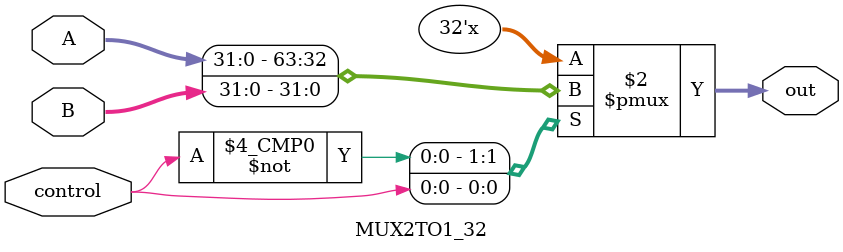
<source format=v>
`timescale 1ns / 1ps

module MUX2TO1_32(A, B, control, out);
  input [31:0] A, B;
  input control;
  
  output reg [31:0] out;
  
  always@(A or B or control)
  begin
    case(control)
      0: out = A;
      1: out = B;
    endcase
  end
endmodule

</source>
